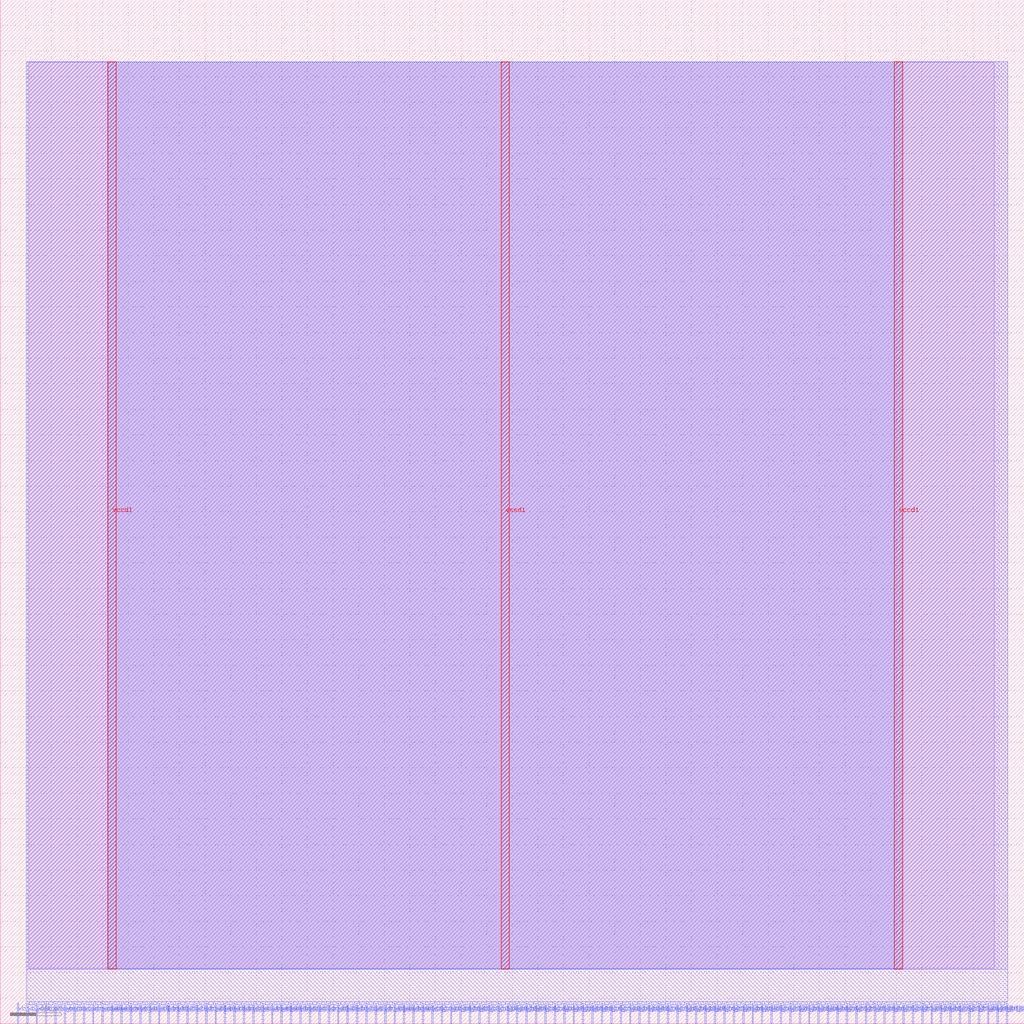
<source format=lef>
VERSION 5.7 ;
  NOWIREEXTENSIONATPIN ON ;
  DIVIDERCHAR "/" ;
  BUSBITCHARS "[]" ;
MACRO wishbone_nn
  CLASS BLOCK ;
  FOREIGN wishbone_nn ;
  ORIGIN 0.000 0.000 ;
  SIZE 200.000 BY 200.000 ;
  PIN vccd1
    DIRECTION INOUT ;
    USE POWER ;
    PORT
      LAYER met4 ;
        RECT 21.040 10.640 22.640 187.920 ;
    END
    PORT
      LAYER met4 ;
        RECT 174.640 10.640 176.240 187.920 ;
    END
  END vccd1
  PIN vssd1
    DIRECTION INOUT ;
    USE GROUND ;
    PORT
      LAYER met4 ;
        RECT 97.840 10.640 99.440 187.920 ;
    END
  END vssd1
  PIN wb_clk_i
    DIRECTION INPUT ;
    USE SIGNAL ;
    PORT
      LAYER met2 ;
        RECT 3.310 0.000 3.590 4.000 ;
    END
  END wb_clk_i
  PIN wb_rst_i
    DIRECTION INPUT ;
    USE SIGNAL ;
    ANTENNAGATEAREA 0.196500 ;
    PORT
      LAYER met2 ;
        RECT 5.150 0.000 5.430 4.000 ;
    END
  END wb_rst_i
  PIN wbs_ack_o
    DIRECTION OUTPUT TRISTATE ;
    USE SIGNAL ;
    ANTENNADIFFAREA 2.673000 ;
    PORT
      LAYER met2 ;
        RECT 6.990 0.000 7.270 4.000 ;
    END
  END wbs_ack_o
  PIN wbs_adr_i[0]
    DIRECTION INPUT ;
    USE SIGNAL ;
    PORT
      LAYER met2 ;
        RECT 14.350 0.000 14.630 4.000 ;
    END
  END wbs_adr_i[0]
  PIN wbs_adr_i[10]
    DIRECTION INPUT ;
    USE SIGNAL ;
    ANTENNAGATEAREA 0.196500 ;
    PORT
      LAYER met2 ;
        RECT 76.910 0.000 77.190 4.000 ;
    END
  END wbs_adr_i[10]
  PIN wbs_adr_i[11]
    DIRECTION INPUT ;
    USE SIGNAL ;
    ANTENNAGATEAREA 0.196500 ;
    PORT
      LAYER met2 ;
        RECT 82.430 0.000 82.710 4.000 ;
    END
  END wbs_adr_i[11]
  PIN wbs_adr_i[12]
    DIRECTION INPUT ;
    USE SIGNAL ;
    ANTENNAGATEAREA 0.196500 ;
    PORT
      LAYER met2 ;
        RECT 87.950 0.000 88.230 4.000 ;
    END
  END wbs_adr_i[12]
  PIN wbs_adr_i[13]
    DIRECTION INPUT ;
    USE SIGNAL ;
    ANTENNAGATEAREA 0.196500 ;
    PORT
      LAYER met2 ;
        RECT 93.470 0.000 93.750 4.000 ;
    END
  END wbs_adr_i[13]
  PIN wbs_adr_i[14]
    DIRECTION INPUT ;
    USE SIGNAL ;
    ANTENNAGATEAREA 0.196500 ;
    PORT
      LAYER met2 ;
        RECT 98.990 0.000 99.270 4.000 ;
    END
  END wbs_adr_i[14]
  PIN wbs_adr_i[15]
    DIRECTION INPUT ;
    USE SIGNAL ;
    ANTENNAGATEAREA 0.196500 ;
    PORT
      LAYER met2 ;
        RECT 104.510 0.000 104.790 4.000 ;
    END
  END wbs_adr_i[15]
  PIN wbs_adr_i[16]
    DIRECTION INPUT ;
    USE SIGNAL ;
    ANTENNAGATEAREA 0.196500 ;
    PORT
      LAYER met2 ;
        RECT 110.030 0.000 110.310 4.000 ;
    END
  END wbs_adr_i[16]
  PIN wbs_adr_i[17]
    DIRECTION INPUT ;
    USE SIGNAL ;
    ANTENNAGATEAREA 0.196500 ;
    PORT
      LAYER met2 ;
        RECT 115.550 0.000 115.830 4.000 ;
    END
  END wbs_adr_i[17]
  PIN wbs_adr_i[18]
    DIRECTION INPUT ;
    USE SIGNAL ;
    ANTENNAGATEAREA 0.196500 ;
    PORT
      LAYER met2 ;
        RECT 121.070 0.000 121.350 4.000 ;
    END
  END wbs_adr_i[18]
  PIN wbs_adr_i[19]
    DIRECTION INPUT ;
    USE SIGNAL ;
    ANTENNAGATEAREA 0.196500 ;
    PORT
      LAYER met2 ;
        RECT 126.590 0.000 126.870 4.000 ;
    END
  END wbs_adr_i[19]
  PIN wbs_adr_i[1]
    DIRECTION INPUT ;
    USE SIGNAL ;
    ANTENNAGATEAREA 0.196500 ;
    PORT
      LAYER met2 ;
        RECT 21.710 0.000 21.990 4.000 ;
    END
  END wbs_adr_i[1]
  PIN wbs_adr_i[20]
    DIRECTION INPUT ;
    USE SIGNAL ;
    ANTENNAGATEAREA 0.196500 ;
    PORT
      LAYER met2 ;
        RECT 132.110 0.000 132.390 4.000 ;
    END
  END wbs_adr_i[20]
  PIN wbs_adr_i[21]
    DIRECTION INPUT ;
    USE SIGNAL ;
    ANTENNAGATEAREA 0.196500 ;
    PORT
      LAYER met2 ;
        RECT 137.630 0.000 137.910 4.000 ;
    END
  END wbs_adr_i[21]
  PIN wbs_adr_i[22]
    DIRECTION INPUT ;
    USE SIGNAL ;
    ANTENNAGATEAREA 0.196500 ;
    PORT
      LAYER met2 ;
        RECT 143.150 0.000 143.430 4.000 ;
    END
  END wbs_adr_i[22]
  PIN wbs_adr_i[23]
    DIRECTION INPUT ;
    USE SIGNAL ;
    ANTENNAGATEAREA 0.196500 ;
    PORT
      LAYER met2 ;
        RECT 148.670 0.000 148.950 4.000 ;
    END
  END wbs_adr_i[23]
  PIN wbs_adr_i[24]
    DIRECTION INPUT ;
    USE SIGNAL ;
    ANTENNAGATEAREA 0.196500 ;
    PORT
      LAYER met2 ;
        RECT 154.190 0.000 154.470 4.000 ;
    END
  END wbs_adr_i[24]
  PIN wbs_adr_i[25]
    DIRECTION INPUT ;
    USE SIGNAL ;
    ANTENNAGATEAREA 0.196500 ;
    PORT
      LAYER met2 ;
        RECT 159.710 0.000 159.990 4.000 ;
    END
  END wbs_adr_i[25]
  PIN wbs_adr_i[26]
    DIRECTION INPUT ;
    USE SIGNAL ;
    ANTENNAGATEAREA 0.196500 ;
    PORT
      LAYER met2 ;
        RECT 165.230 0.000 165.510 4.000 ;
    END
  END wbs_adr_i[26]
  PIN wbs_adr_i[27]
    DIRECTION INPUT ;
    USE SIGNAL ;
    ANTENNAGATEAREA 0.196500 ;
    PORT
      LAYER met2 ;
        RECT 170.750 0.000 171.030 4.000 ;
    END
  END wbs_adr_i[27]
  PIN wbs_adr_i[28]
    DIRECTION INPUT ;
    USE SIGNAL ;
    ANTENNAGATEAREA 0.196500 ;
    PORT
      LAYER met2 ;
        RECT 176.270 0.000 176.550 4.000 ;
    END
  END wbs_adr_i[28]
  PIN wbs_adr_i[29]
    DIRECTION INPUT ;
    USE SIGNAL ;
    ANTENNAGATEAREA 0.196500 ;
    PORT
      LAYER met2 ;
        RECT 181.790 0.000 182.070 4.000 ;
    END
  END wbs_adr_i[29]
  PIN wbs_adr_i[2]
    DIRECTION INPUT ;
    USE SIGNAL ;
    ANTENNAGATEAREA 0.196500 ;
    PORT
      LAYER met2 ;
        RECT 29.070 0.000 29.350 4.000 ;
    END
  END wbs_adr_i[2]
  PIN wbs_adr_i[30]
    DIRECTION INPUT ;
    USE SIGNAL ;
    ANTENNAGATEAREA 0.196500 ;
    PORT
      LAYER met2 ;
        RECT 187.310 0.000 187.590 4.000 ;
    END
  END wbs_adr_i[30]
  PIN wbs_adr_i[31]
    DIRECTION INPUT ;
    USE SIGNAL ;
    ANTENNAGATEAREA 0.196500 ;
    PORT
      LAYER met2 ;
        RECT 192.830 0.000 193.110 4.000 ;
    END
  END wbs_adr_i[31]
  PIN wbs_adr_i[3]
    DIRECTION INPUT ;
    USE SIGNAL ;
    ANTENNAGATEAREA 0.196500 ;
    PORT
      LAYER met2 ;
        RECT 36.430 0.000 36.710 4.000 ;
    END
  END wbs_adr_i[3]
  PIN wbs_adr_i[4]
    DIRECTION INPUT ;
    USE SIGNAL ;
    ANTENNAGATEAREA 0.196500 ;
    PORT
      LAYER met2 ;
        RECT 43.790 0.000 44.070 4.000 ;
    END
  END wbs_adr_i[4]
  PIN wbs_adr_i[5]
    DIRECTION INPUT ;
    USE SIGNAL ;
    ANTENNAGATEAREA 0.196500 ;
    PORT
      LAYER met2 ;
        RECT 49.310 0.000 49.590 4.000 ;
    END
  END wbs_adr_i[5]
  PIN wbs_adr_i[6]
    DIRECTION INPUT ;
    USE SIGNAL ;
    ANTENNAGATEAREA 0.196500 ;
    PORT
      LAYER met2 ;
        RECT 54.830 0.000 55.110 4.000 ;
    END
  END wbs_adr_i[6]
  PIN wbs_adr_i[7]
    DIRECTION INPUT ;
    USE SIGNAL ;
    ANTENNAGATEAREA 0.196500 ;
    PORT
      LAYER met2 ;
        RECT 60.350 0.000 60.630 4.000 ;
    END
  END wbs_adr_i[7]
  PIN wbs_adr_i[8]
    DIRECTION INPUT ;
    USE SIGNAL ;
    ANTENNAGATEAREA 0.196500 ;
    PORT
      LAYER met2 ;
        RECT 65.870 0.000 66.150 4.000 ;
    END
  END wbs_adr_i[8]
  PIN wbs_adr_i[9]
    DIRECTION INPUT ;
    USE SIGNAL ;
    ANTENNAGATEAREA 0.196500 ;
    PORT
      LAYER met2 ;
        RECT 71.390 0.000 71.670 4.000 ;
    END
  END wbs_adr_i[9]
  PIN wbs_cyc_i
    DIRECTION INPUT ;
    USE SIGNAL ;
    ANTENNAGATEAREA 0.196500 ;
    PORT
      LAYER met2 ;
        RECT 8.830 0.000 9.110 4.000 ;
    END
  END wbs_cyc_i
  PIN wbs_dat_i[0]
    DIRECTION INPUT ;
    USE SIGNAL ;
    PORT
      LAYER met2 ;
        RECT 16.190 0.000 16.470 4.000 ;
    END
  END wbs_dat_i[0]
  PIN wbs_dat_i[10]
    DIRECTION INPUT ;
    USE SIGNAL ;
    PORT
      LAYER met2 ;
        RECT 78.750 0.000 79.030 4.000 ;
    END
  END wbs_dat_i[10]
  PIN wbs_dat_i[11]
    DIRECTION INPUT ;
    USE SIGNAL ;
    PORT
      LAYER met2 ;
        RECT 84.270 0.000 84.550 4.000 ;
    END
  END wbs_dat_i[11]
  PIN wbs_dat_i[12]
    DIRECTION INPUT ;
    USE SIGNAL ;
    PORT
      LAYER met2 ;
        RECT 89.790 0.000 90.070 4.000 ;
    END
  END wbs_dat_i[12]
  PIN wbs_dat_i[13]
    DIRECTION INPUT ;
    USE SIGNAL ;
    PORT
      LAYER met2 ;
        RECT 95.310 0.000 95.590 4.000 ;
    END
  END wbs_dat_i[13]
  PIN wbs_dat_i[14]
    DIRECTION INPUT ;
    USE SIGNAL ;
    PORT
      LAYER met2 ;
        RECT 100.830 0.000 101.110 4.000 ;
    END
  END wbs_dat_i[14]
  PIN wbs_dat_i[15]
    DIRECTION INPUT ;
    USE SIGNAL ;
    PORT
      LAYER met2 ;
        RECT 106.350 0.000 106.630 4.000 ;
    END
  END wbs_dat_i[15]
  PIN wbs_dat_i[16]
    DIRECTION INPUT ;
    USE SIGNAL ;
    PORT
      LAYER met2 ;
        RECT 111.870 0.000 112.150 4.000 ;
    END
  END wbs_dat_i[16]
  PIN wbs_dat_i[17]
    DIRECTION INPUT ;
    USE SIGNAL ;
    PORT
      LAYER met2 ;
        RECT 117.390 0.000 117.670 4.000 ;
    END
  END wbs_dat_i[17]
  PIN wbs_dat_i[18]
    DIRECTION INPUT ;
    USE SIGNAL ;
    PORT
      LAYER met2 ;
        RECT 122.910 0.000 123.190 4.000 ;
    END
  END wbs_dat_i[18]
  PIN wbs_dat_i[19]
    DIRECTION INPUT ;
    USE SIGNAL ;
    PORT
      LAYER met2 ;
        RECT 128.430 0.000 128.710 4.000 ;
    END
  END wbs_dat_i[19]
  PIN wbs_dat_i[1]
    DIRECTION INPUT ;
    USE SIGNAL ;
    PORT
      LAYER met2 ;
        RECT 23.550 0.000 23.830 4.000 ;
    END
  END wbs_dat_i[1]
  PIN wbs_dat_i[20]
    DIRECTION INPUT ;
    USE SIGNAL ;
    PORT
      LAYER met2 ;
        RECT 133.950 0.000 134.230 4.000 ;
    END
  END wbs_dat_i[20]
  PIN wbs_dat_i[21]
    DIRECTION INPUT ;
    USE SIGNAL ;
    PORT
      LAYER met2 ;
        RECT 139.470 0.000 139.750 4.000 ;
    END
  END wbs_dat_i[21]
  PIN wbs_dat_i[22]
    DIRECTION INPUT ;
    USE SIGNAL ;
    PORT
      LAYER met2 ;
        RECT 144.990 0.000 145.270 4.000 ;
    END
  END wbs_dat_i[22]
  PIN wbs_dat_i[23]
    DIRECTION INPUT ;
    USE SIGNAL ;
    PORT
      LAYER met2 ;
        RECT 150.510 0.000 150.790 4.000 ;
    END
  END wbs_dat_i[23]
  PIN wbs_dat_i[24]
    DIRECTION INPUT ;
    USE SIGNAL ;
    PORT
      LAYER met2 ;
        RECT 156.030 0.000 156.310 4.000 ;
    END
  END wbs_dat_i[24]
  PIN wbs_dat_i[25]
    DIRECTION INPUT ;
    USE SIGNAL ;
    PORT
      LAYER met2 ;
        RECT 161.550 0.000 161.830 4.000 ;
    END
  END wbs_dat_i[25]
  PIN wbs_dat_i[26]
    DIRECTION INPUT ;
    USE SIGNAL ;
    PORT
      LAYER met2 ;
        RECT 167.070 0.000 167.350 4.000 ;
    END
  END wbs_dat_i[26]
  PIN wbs_dat_i[27]
    DIRECTION INPUT ;
    USE SIGNAL ;
    PORT
      LAYER met2 ;
        RECT 172.590 0.000 172.870 4.000 ;
    END
  END wbs_dat_i[27]
  PIN wbs_dat_i[28]
    DIRECTION INPUT ;
    USE SIGNAL ;
    PORT
      LAYER met2 ;
        RECT 178.110 0.000 178.390 4.000 ;
    END
  END wbs_dat_i[28]
  PIN wbs_dat_i[29]
    DIRECTION INPUT ;
    USE SIGNAL ;
    PORT
      LAYER met2 ;
        RECT 183.630 0.000 183.910 4.000 ;
    END
  END wbs_dat_i[29]
  PIN wbs_dat_i[2]
    DIRECTION INPUT ;
    USE SIGNAL ;
    PORT
      LAYER met2 ;
        RECT 30.910 0.000 31.190 4.000 ;
    END
  END wbs_dat_i[2]
  PIN wbs_dat_i[30]
    DIRECTION INPUT ;
    USE SIGNAL ;
    PORT
      LAYER met2 ;
        RECT 189.150 0.000 189.430 4.000 ;
    END
  END wbs_dat_i[30]
  PIN wbs_dat_i[31]
    DIRECTION INPUT ;
    USE SIGNAL ;
    PORT
      LAYER met2 ;
        RECT 194.670 0.000 194.950 4.000 ;
    END
  END wbs_dat_i[31]
  PIN wbs_dat_i[3]
    DIRECTION INPUT ;
    USE SIGNAL ;
    PORT
      LAYER met2 ;
        RECT 38.270 0.000 38.550 4.000 ;
    END
  END wbs_dat_i[3]
  PIN wbs_dat_i[4]
    DIRECTION INPUT ;
    USE SIGNAL ;
    PORT
      LAYER met2 ;
        RECT 45.630 0.000 45.910 4.000 ;
    END
  END wbs_dat_i[4]
  PIN wbs_dat_i[5]
    DIRECTION INPUT ;
    USE SIGNAL ;
    PORT
      LAYER met2 ;
        RECT 51.150 0.000 51.430 4.000 ;
    END
  END wbs_dat_i[5]
  PIN wbs_dat_i[6]
    DIRECTION INPUT ;
    USE SIGNAL ;
    PORT
      LAYER met2 ;
        RECT 56.670 0.000 56.950 4.000 ;
    END
  END wbs_dat_i[6]
  PIN wbs_dat_i[7]
    DIRECTION INPUT ;
    USE SIGNAL ;
    PORT
      LAYER met2 ;
        RECT 62.190 0.000 62.470 4.000 ;
    END
  END wbs_dat_i[7]
  PIN wbs_dat_i[8]
    DIRECTION INPUT ;
    USE SIGNAL ;
    PORT
      LAYER met2 ;
        RECT 67.710 0.000 67.990 4.000 ;
    END
  END wbs_dat_i[8]
  PIN wbs_dat_i[9]
    DIRECTION INPUT ;
    USE SIGNAL ;
    PORT
      LAYER met2 ;
        RECT 73.230 0.000 73.510 4.000 ;
    END
  END wbs_dat_i[9]
  PIN wbs_dat_o[0]
    DIRECTION OUTPUT TRISTATE ;
    USE SIGNAL ;
    PORT
      LAYER met2 ;
        RECT 18.030 0.000 18.310 4.000 ;
    END
  END wbs_dat_o[0]
  PIN wbs_dat_o[10]
    DIRECTION OUTPUT TRISTATE ;
    USE SIGNAL ;
    PORT
      LAYER met2 ;
        RECT 80.590 0.000 80.870 4.000 ;
    END
  END wbs_dat_o[10]
  PIN wbs_dat_o[11]
    DIRECTION OUTPUT TRISTATE ;
    USE SIGNAL ;
    PORT
      LAYER met2 ;
        RECT 86.110 0.000 86.390 4.000 ;
    END
  END wbs_dat_o[11]
  PIN wbs_dat_o[12]
    DIRECTION OUTPUT TRISTATE ;
    USE SIGNAL ;
    PORT
      LAYER met2 ;
        RECT 91.630 0.000 91.910 4.000 ;
    END
  END wbs_dat_o[12]
  PIN wbs_dat_o[13]
    DIRECTION OUTPUT TRISTATE ;
    USE SIGNAL ;
    PORT
      LAYER met2 ;
        RECT 97.150 0.000 97.430 4.000 ;
    END
  END wbs_dat_o[13]
  PIN wbs_dat_o[14]
    DIRECTION OUTPUT TRISTATE ;
    USE SIGNAL ;
    PORT
      LAYER met2 ;
        RECT 102.670 0.000 102.950 4.000 ;
    END
  END wbs_dat_o[14]
  PIN wbs_dat_o[15]
    DIRECTION OUTPUT TRISTATE ;
    USE SIGNAL ;
    PORT
      LAYER met2 ;
        RECT 108.190 0.000 108.470 4.000 ;
    END
  END wbs_dat_o[15]
  PIN wbs_dat_o[16]
    DIRECTION OUTPUT TRISTATE ;
    USE SIGNAL ;
    PORT
      LAYER met2 ;
        RECT 113.710 0.000 113.990 4.000 ;
    END
  END wbs_dat_o[16]
  PIN wbs_dat_o[17]
    DIRECTION OUTPUT TRISTATE ;
    USE SIGNAL ;
    PORT
      LAYER met2 ;
        RECT 119.230 0.000 119.510 4.000 ;
    END
  END wbs_dat_o[17]
  PIN wbs_dat_o[18]
    DIRECTION OUTPUT TRISTATE ;
    USE SIGNAL ;
    PORT
      LAYER met2 ;
        RECT 124.750 0.000 125.030 4.000 ;
    END
  END wbs_dat_o[18]
  PIN wbs_dat_o[19]
    DIRECTION OUTPUT TRISTATE ;
    USE SIGNAL ;
    PORT
      LAYER met2 ;
        RECT 130.270 0.000 130.550 4.000 ;
    END
  END wbs_dat_o[19]
  PIN wbs_dat_o[1]
    DIRECTION OUTPUT TRISTATE ;
    USE SIGNAL ;
    PORT
      LAYER met2 ;
        RECT 25.390 0.000 25.670 4.000 ;
    END
  END wbs_dat_o[1]
  PIN wbs_dat_o[20]
    DIRECTION OUTPUT TRISTATE ;
    USE SIGNAL ;
    PORT
      LAYER met2 ;
        RECT 135.790 0.000 136.070 4.000 ;
    END
  END wbs_dat_o[20]
  PIN wbs_dat_o[21]
    DIRECTION OUTPUT TRISTATE ;
    USE SIGNAL ;
    PORT
      LAYER met2 ;
        RECT 141.310 0.000 141.590 4.000 ;
    END
  END wbs_dat_o[21]
  PIN wbs_dat_o[22]
    DIRECTION OUTPUT TRISTATE ;
    USE SIGNAL ;
    PORT
      LAYER met2 ;
        RECT 146.830 0.000 147.110 4.000 ;
    END
  END wbs_dat_o[22]
  PIN wbs_dat_o[23]
    DIRECTION OUTPUT TRISTATE ;
    USE SIGNAL ;
    PORT
      LAYER met2 ;
        RECT 152.350 0.000 152.630 4.000 ;
    END
  END wbs_dat_o[23]
  PIN wbs_dat_o[24]
    DIRECTION OUTPUT TRISTATE ;
    USE SIGNAL ;
    PORT
      LAYER met2 ;
        RECT 157.870 0.000 158.150 4.000 ;
    END
  END wbs_dat_o[24]
  PIN wbs_dat_o[25]
    DIRECTION OUTPUT TRISTATE ;
    USE SIGNAL ;
    PORT
      LAYER met2 ;
        RECT 163.390 0.000 163.670 4.000 ;
    END
  END wbs_dat_o[25]
  PIN wbs_dat_o[26]
    DIRECTION OUTPUT TRISTATE ;
    USE SIGNAL ;
    PORT
      LAYER met2 ;
        RECT 168.910 0.000 169.190 4.000 ;
    END
  END wbs_dat_o[26]
  PIN wbs_dat_o[27]
    DIRECTION OUTPUT TRISTATE ;
    USE SIGNAL ;
    PORT
      LAYER met2 ;
        RECT 174.430 0.000 174.710 4.000 ;
    END
  END wbs_dat_o[27]
  PIN wbs_dat_o[28]
    DIRECTION OUTPUT TRISTATE ;
    USE SIGNAL ;
    PORT
      LAYER met2 ;
        RECT 179.950 0.000 180.230 4.000 ;
    END
  END wbs_dat_o[28]
  PIN wbs_dat_o[29]
    DIRECTION OUTPUT TRISTATE ;
    USE SIGNAL ;
    PORT
      LAYER met2 ;
        RECT 185.470 0.000 185.750 4.000 ;
    END
  END wbs_dat_o[29]
  PIN wbs_dat_o[2]
    DIRECTION OUTPUT TRISTATE ;
    USE SIGNAL ;
    PORT
      LAYER met2 ;
        RECT 32.750 0.000 33.030 4.000 ;
    END
  END wbs_dat_o[2]
  PIN wbs_dat_o[30]
    DIRECTION OUTPUT TRISTATE ;
    USE SIGNAL ;
    PORT
      LAYER met2 ;
        RECT 190.990 0.000 191.270 4.000 ;
    END
  END wbs_dat_o[30]
  PIN wbs_dat_o[31]
    DIRECTION OUTPUT TRISTATE ;
    USE SIGNAL ;
    PORT
      LAYER met2 ;
        RECT 196.510 0.000 196.790 4.000 ;
    END
  END wbs_dat_o[31]
  PIN wbs_dat_o[3]
    DIRECTION OUTPUT TRISTATE ;
    USE SIGNAL ;
    PORT
      LAYER met2 ;
        RECT 40.110 0.000 40.390 4.000 ;
    END
  END wbs_dat_o[3]
  PIN wbs_dat_o[4]
    DIRECTION OUTPUT TRISTATE ;
    USE SIGNAL ;
    PORT
      LAYER met2 ;
        RECT 47.470 0.000 47.750 4.000 ;
    END
  END wbs_dat_o[4]
  PIN wbs_dat_o[5]
    DIRECTION OUTPUT TRISTATE ;
    USE SIGNAL ;
    PORT
      LAYER met2 ;
        RECT 52.990 0.000 53.270 4.000 ;
    END
  END wbs_dat_o[5]
  PIN wbs_dat_o[6]
    DIRECTION OUTPUT TRISTATE ;
    USE SIGNAL ;
    PORT
      LAYER met2 ;
        RECT 58.510 0.000 58.790 4.000 ;
    END
  END wbs_dat_o[6]
  PIN wbs_dat_o[7]
    DIRECTION OUTPUT TRISTATE ;
    USE SIGNAL ;
    PORT
      LAYER met2 ;
        RECT 64.030 0.000 64.310 4.000 ;
    END
  END wbs_dat_o[7]
  PIN wbs_dat_o[8]
    DIRECTION OUTPUT TRISTATE ;
    USE SIGNAL ;
    PORT
      LAYER met2 ;
        RECT 69.550 0.000 69.830 4.000 ;
    END
  END wbs_dat_o[8]
  PIN wbs_dat_o[9]
    DIRECTION OUTPUT TRISTATE ;
    USE SIGNAL ;
    PORT
      LAYER met2 ;
        RECT 75.070 0.000 75.350 4.000 ;
    END
  END wbs_dat_o[9]
  PIN wbs_sel_i[0]
    DIRECTION INPUT ;
    USE SIGNAL ;
    PORT
      LAYER met2 ;
        RECT 19.870 0.000 20.150 4.000 ;
    END
  END wbs_sel_i[0]
  PIN wbs_sel_i[1]
    DIRECTION INPUT ;
    USE SIGNAL ;
    PORT
      LAYER met2 ;
        RECT 27.230 0.000 27.510 4.000 ;
    END
  END wbs_sel_i[1]
  PIN wbs_sel_i[2]
    DIRECTION INPUT ;
    USE SIGNAL ;
    PORT
      LAYER met2 ;
        RECT 34.590 0.000 34.870 4.000 ;
    END
  END wbs_sel_i[2]
  PIN wbs_sel_i[3]
    DIRECTION INPUT ;
    USE SIGNAL ;
    PORT
      LAYER met2 ;
        RECT 41.950 0.000 42.230 4.000 ;
    END
  END wbs_sel_i[3]
  PIN wbs_stb_i
    DIRECTION INPUT ;
    USE SIGNAL ;
    ANTENNAGATEAREA 0.196500 ;
    PORT
      LAYER met2 ;
        RECT 10.670 0.000 10.950 4.000 ;
    END
  END wbs_stb_i
  PIN wbs_we_i
    DIRECTION INPUT ;
    USE SIGNAL ;
    PORT
      LAYER met2 ;
        RECT 12.510 0.000 12.790 4.000 ;
    END
  END wbs_we_i
  OBS
      LAYER li1 ;
        RECT 5.520 10.795 194.120 187.765 ;
      LAYER met1 ;
        RECT 5.130 10.640 196.810 187.920 ;
      LAYER met2 ;
        RECT 5.160 4.280 196.780 187.865 ;
        RECT 5.710 3.670 6.710 4.280 ;
        RECT 7.550 3.670 8.550 4.280 ;
        RECT 9.390 3.670 10.390 4.280 ;
        RECT 11.230 3.670 12.230 4.280 ;
        RECT 13.070 3.670 14.070 4.280 ;
        RECT 14.910 3.670 15.910 4.280 ;
        RECT 16.750 3.670 17.750 4.280 ;
        RECT 18.590 3.670 19.590 4.280 ;
        RECT 20.430 3.670 21.430 4.280 ;
        RECT 22.270 3.670 23.270 4.280 ;
        RECT 24.110 3.670 25.110 4.280 ;
        RECT 25.950 3.670 26.950 4.280 ;
        RECT 27.790 3.670 28.790 4.280 ;
        RECT 29.630 3.670 30.630 4.280 ;
        RECT 31.470 3.670 32.470 4.280 ;
        RECT 33.310 3.670 34.310 4.280 ;
        RECT 35.150 3.670 36.150 4.280 ;
        RECT 36.990 3.670 37.990 4.280 ;
        RECT 38.830 3.670 39.830 4.280 ;
        RECT 40.670 3.670 41.670 4.280 ;
        RECT 42.510 3.670 43.510 4.280 ;
        RECT 44.350 3.670 45.350 4.280 ;
        RECT 46.190 3.670 47.190 4.280 ;
        RECT 48.030 3.670 49.030 4.280 ;
        RECT 49.870 3.670 50.870 4.280 ;
        RECT 51.710 3.670 52.710 4.280 ;
        RECT 53.550 3.670 54.550 4.280 ;
        RECT 55.390 3.670 56.390 4.280 ;
        RECT 57.230 3.670 58.230 4.280 ;
        RECT 59.070 3.670 60.070 4.280 ;
        RECT 60.910 3.670 61.910 4.280 ;
        RECT 62.750 3.670 63.750 4.280 ;
        RECT 64.590 3.670 65.590 4.280 ;
        RECT 66.430 3.670 67.430 4.280 ;
        RECT 68.270 3.670 69.270 4.280 ;
        RECT 70.110 3.670 71.110 4.280 ;
        RECT 71.950 3.670 72.950 4.280 ;
        RECT 73.790 3.670 74.790 4.280 ;
        RECT 75.630 3.670 76.630 4.280 ;
        RECT 77.470 3.670 78.470 4.280 ;
        RECT 79.310 3.670 80.310 4.280 ;
        RECT 81.150 3.670 82.150 4.280 ;
        RECT 82.990 3.670 83.990 4.280 ;
        RECT 84.830 3.670 85.830 4.280 ;
        RECT 86.670 3.670 87.670 4.280 ;
        RECT 88.510 3.670 89.510 4.280 ;
        RECT 90.350 3.670 91.350 4.280 ;
        RECT 92.190 3.670 93.190 4.280 ;
        RECT 94.030 3.670 95.030 4.280 ;
        RECT 95.870 3.670 96.870 4.280 ;
        RECT 97.710 3.670 98.710 4.280 ;
        RECT 99.550 3.670 100.550 4.280 ;
        RECT 101.390 3.670 102.390 4.280 ;
        RECT 103.230 3.670 104.230 4.280 ;
        RECT 105.070 3.670 106.070 4.280 ;
        RECT 106.910 3.670 107.910 4.280 ;
        RECT 108.750 3.670 109.750 4.280 ;
        RECT 110.590 3.670 111.590 4.280 ;
        RECT 112.430 3.670 113.430 4.280 ;
        RECT 114.270 3.670 115.270 4.280 ;
        RECT 116.110 3.670 117.110 4.280 ;
        RECT 117.950 3.670 118.950 4.280 ;
        RECT 119.790 3.670 120.790 4.280 ;
        RECT 121.630 3.670 122.630 4.280 ;
        RECT 123.470 3.670 124.470 4.280 ;
        RECT 125.310 3.670 126.310 4.280 ;
        RECT 127.150 3.670 128.150 4.280 ;
        RECT 128.990 3.670 129.990 4.280 ;
        RECT 130.830 3.670 131.830 4.280 ;
        RECT 132.670 3.670 133.670 4.280 ;
        RECT 134.510 3.670 135.510 4.280 ;
        RECT 136.350 3.670 137.350 4.280 ;
        RECT 138.190 3.670 139.190 4.280 ;
        RECT 140.030 3.670 141.030 4.280 ;
        RECT 141.870 3.670 142.870 4.280 ;
        RECT 143.710 3.670 144.710 4.280 ;
        RECT 145.550 3.670 146.550 4.280 ;
        RECT 147.390 3.670 148.390 4.280 ;
        RECT 149.230 3.670 150.230 4.280 ;
        RECT 151.070 3.670 152.070 4.280 ;
        RECT 152.910 3.670 153.910 4.280 ;
        RECT 154.750 3.670 155.750 4.280 ;
        RECT 156.590 3.670 157.590 4.280 ;
        RECT 158.430 3.670 159.430 4.280 ;
        RECT 160.270 3.670 161.270 4.280 ;
        RECT 162.110 3.670 163.110 4.280 ;
        RECT 163.950 3.670 164.950 4.280 ;
        RECT 165.790 3.670 166.790 4.280 ;
        RECT 167.630 3.670 168.630 4.280 ;
        RECT 169.470 3.670 170.470 4.280 ;
        RECT 171.310 3.670 172.310 4.280 ;
        RECT 173.150 3.670 174.150 4.280 ;
        RECT 174.990 3.670 175.990 4.280 ;
        RECT 176.830 3.670 177.830 4.280 ;
        RECT 178.670 3.670 179.670 4.280 ;
        RECT 180.510 3.670 181.510 4.280 ;
        RECT 182.350 3.670 183.350 4.280 ;
        RECT 184.190 3.670 185.190 4.280 ;
        RECT 186.030 3.670 187.030 4.280 ;
        RECT 187.870 3.670 188.870 4.280 ;
        RECT 189.710 3.670 190.710 4.280 ;
        RECT 191.550 3.670 192.550 4.280 ;
        RECT 193.390 3.670 194.390 4.280 ;
        RECT 195.230 3.670 196.230 4.280 ;
      LAYER met3 ;
        RECT 21.050 10.715 176.230 187.845 ;
  END
END wishbone_nn
END LIBRARY


</source>
